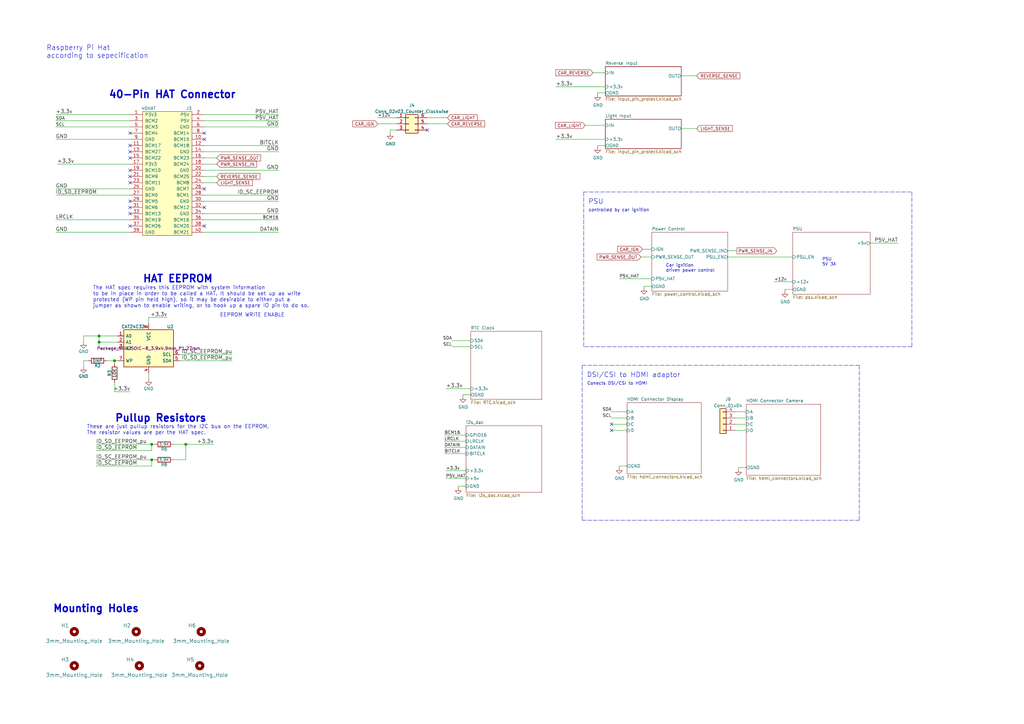
<source format=kicad_sch>
(kicad_sch (version 20210126) (generator eeschema)
  (paper "A3")
  (title_block (title "CarPi Power Hat") (rev "A"))
  (lib_symbols
    (symbol "CarPiPowerHat:CAT24C32" (pin_names (offset 0.762))
      (property "Reference" "U" (at -8.89 8.89 0))
      (property "Value" "CAT24C32" (at 6.35 8.89 0))
      (symbol "CAT24C32_0_0"
        (pin power_in line (at 0 -10.16 90) (length 2.54) (name "GND") (number "4"))
        (pin power_in line (at 0 10.16 270) (length 2.54) (name "VCC") (number "8"))
      )
      (symbol "CAT24C32_1_1"
        (rectangle (start -10.16 -7.62) (end 10.16 7.62) (stroke (width 0.254)) (fill (type background)))
        (pin input line (at -12.7 5.08 0) (length 2.54) (name "A0") (number "1"))
        (pin input line (at -12.7 2.54 0) (length 2.54) (name "A1") (number "2"))
        (pin input line (at -12.7 0 0) (length 2.54) (name "A2") (number "3"))
        (pin bidirectional line (at 12.7 -5.08 180) (length 2.54) (name "SDA") (number "5"))
        (pin input line (at 12.7 -2.54 180) (length 2.54) (name "SCL") (number "6"))
        (pin input line (at -12.7 -5.08 0) (length 2.54) (name "WP") (number "7"))
      )
    )
    (symbol "CarPiPowerHat:OX40HAT" (pin_names (offset 1.016))
      (property "Reference" "J" (at 8.89 2.54 0))
      (property "Value" "OX40HAT" (at -7.62 2.54 0))
      (symbol "OX40HAT_0_1"
        (rectangle (start -10.16 1.27) (end 10.16 -49.53) (fill (type background)))
      )
      (symbol "OX40HAT_1_1"
        (pin bidirectional line (at -15.24 0 0) (length 5.08) (name "P3V3") (number "1"))
        (pin bidirectional line (at 15.24 -10.16 180) (length 5.08) (name "BCM15") (number "10"))
        (pin bidirectional line (at -15.24 -12.7 0) (length 5.08) (name "BCM17") (number "11"))
        (pin bidirectional line (at 15.24 -12.7 180) (length 5.08) (name "BCM18") (number "12"))
        (pin bidirectional line (at -15.24 -15.24 0) (length 5.08) (name "BCM27") (number "13"))
        (pin bidirectional line (at 15.24 -15.24 180) (length 5.08) (name "GND") (number "14"))
        (pin bidirectional line (at -15.24 -17.78 0) (length 5.08) (name "BCM22") (number "15"))
        (pin bidirectional line (at 15.24 -17.78 180) (length 5.08) (name "BCM23") (number "16"))
        (pin bidirectional line (at -15.24 -20.32 0) (length 5.08) (name "P3V3") (number "17"))
        (pin bidirectional line (at 15.24 -20.32 180) (length 5.08) (name "BCM24") (number "18"))
        (pin bidirectional line (at -15.24 -22.86 0) (length 5.08) (name "BCM10") (number "19"))
        (pin bidirectional line (at 15.24 0 180) (length 5.08) (name "P5V") (number "2"))
        (pin bidirectional line (at 15.24 -22.86 180) (length 5.08) (name "GND") (number "20"))
        (pin bidirectional line (at -15.24 -25.4 0) (length 5.08) (name "BCM9") (number "21"))
        (pin bidirectional line (at 15.24 -25.4 180) (length 5.08) (name "BCM25") (number "22"))
        (pin bidirectional line (at -15.24 -27.94 0) (length 5.08) (name "BCM11") (number "23"))
        (pin bidirectional line (at 15.24 -27.94 180) (length 5.08) (name "BCM8") (number "24"))
        (pin bidirectional line (at -15.24 -30.48 0) (length 5.08) (name "GND") (number "25"))
        (pin bidirectional line (at 15.24 -30.48 180) (length 5.08) (name "BCM7") (number "26"))
        (pin bidirectional line (at -15.24 -33.02 0) (length 5.08) (name "BCM0") (number "27"))
        (pin bidirectional line (at 15.24 -33.02 180) (length 5.08) (name "BCM1") (number "28"))
        (pin bidirectional line (at -15.24 -35.56 0) (length 5.08) (name "BCM5") (number "29"))
        (pin bidirectional line (at -15.24 -2.54 0) (length 5.08) (name "BCM2") (number "3"))
        (pin bidirectional line (at 15.24 -35.56 180) (length 5.08) (name "GND") (number "30"))
        (pin bidirectional line (at -15.24 -38.1 0) (length 5.08) (name "BCM6") (number "31"))
        (pin bidirectional line (at 15.24 -38.1 180) (length 5.08) (name "BCM12") (number "32"))
        (pin bidirectional line (at -15.24 -40.64 0) (length 5.08) (name "BCM13") (number "33"))
        (pin bidirectional line (at 15.24 -40.64 180) (length 5.08) (name "GND") (number "34"))
        (pin bidirectional line (at -15.24 -43.18 0) (length 5.08) (name "BCM19") (number "35"))
        (pin bidirectional line (at 15.24 -43.18 180) (length 5.08) (name "BCM16") (number "36"))
        (pin bidirectional line (at -15.24 -45.72 0) (length 5.08) (name "BCM26") (number "37"))
        (pin bidirectional line (at 15.24 -45.72 180) (length 5.08) (name "BCM20") (number "38"))
        (pin bidirectional line (at -15.24 -48.26 0) (length 5.08) (name "GND") (number "39"))
        (pin bidirectional line (at 15.24 -2.54 180) (length 5.08) (name "P5V") (number "4"))
        (pin bidirectional line (at 15.24 -48.26 180) (length 5.08) (name "BCM21") (number "40"))
        (pin bidirectional line (at -15.24 -5.08 0) (length 5.08) (name "BCM3") (number "5"))
        (pin bidirectional line (at 15.24 -5.08 180) (length 5.08) (name "GND") (number "6"))
        (pin bidirectional line (at -15.24 -7.62 0) (length 5.08) (name "BCM4") (number "7"))
        (pin bidirectional line (at 15.24 -7.62 180) (length 5.08) (name "BCM14") (number "8"))
        (pin bidirectional line (at -15.24 -10.16 0) (length 5.08) (name "GND") (number "9"))
      )
    )
    (symbol "Connector_Generic:Conn_01x04" (pin_names (offset 1.016) hide)
      (property "Reference" "J" (at 0 5.08 0))
      (property "Value" "Conn_01x04" (at 0 -7.62 0))
      (symbol "Conn_01x04_1_1"
        (rectangle (start -1.27 -4.953) (end 0 -5.207) (stroke (width 0.1524)))
        (rectangle (start -1.27 -2.413) (end 0 -2.667) (stroke (width 0.1524)))
        (rectangle (start -1.27 0.127) (end 0 -0.127) (stroke (width 0.1524)))
        (rectangle (start -1.27 2.667) (end 0 2.413) (stroke (width 0.1524)))
        (rectangle (start -1.27 3.81) (end 1.27 -6.35) (stroke (width 0.254)) (fill (type background)))
        (pin passive line (at -5.08 2.54 0) (length 3.81) (name "Pin_1") (number "1"))
        (pin passive line (at -5.08 0 0) (length 3.81) (name "Pin_2") (number "2"))
        (pin passive line (at -5.08 -2.54 0) (length 3.81) (name "Pin_3") (number "3"))
        (pin passive line (at -5.08 -5.08 0) (length 3.81) (name "Pin_4") (number "4"))
      )
    )
    (symbol "Connector_Generic:Conn_02x03_Counter_Clockwise" (pin_names (offset 1.016) hide)
      (property "Reference" "J" (at 1.27 5.08 0))
      (property "Value" "Conn_02x03_Counter_Clockwise" (at 1.27 -5.08 0))
      (symbol "Conn_02x03_Counter_Clockwise_1_1"
        (rectangle (start -1.27 -2.413) (end 0 -2.667) (stroke (width 0.1524)))
        (rectangle (start -1.27 0.127) (end 0 -0.127) (stroke (width 0.1524)))
        (rectangle (start -1.27 2.667) (end 0 2.413) (stroke (width 0.1524)))
        (rectangle (start 3.81 -2.413) (end 2.54 -2.667) (stroke (width 0.1524)))
        (rectangle (start 3.81 0.127) (end 2.54 -0.127) (stroke (width 0.1524)))
        (rectangle (start 3.81 2.667) (end 2.54 2.413) (stroke (width 0.1524)))
        (rectangle (start -1.27 3.81) (end 3.81 -3.81) (stroke (width 0.254)) (fill (type background)))
        (pin passive line (at -5.08 2.54 0) (length 3.81) (name "Pin_1") (number "1"))
        (pin passive line (at -5.08 0 0) (length 3.81) (name "Pin_2") (number "2"))
        (pin passive line (at -5.08 -2.54 0) (length 3.81) (name "Pin_3") (number "3"))
        (pin passive line (at 7.62 -2.54 180) (length 3.81) (name "Pin_4") (number "4"))
        (pin passive line (at 7.62 0 180) (length 3.81) (name "Pin_5") (number "5"))
        (pin passive line (at 7.62 2.54 180) (length 3.81) (name "Pin_6") (number "6"))
      )
    )
    (symbol "Device:R" (pin_numbers hide) (pin_names (offset 0))
      (property "Reference" "R" (at 2.032 0 90))
      (property "Value" "R" (at 0 0 90))
      (symbol "R_0_1"
        (rectangle (start -1.016 -2.54) (end 1.016 2.54) (stroke (width 0.254)))
      )
      (symbol "R_1_1"
        (pin passive line (at 0 3.81 270) (length 1.27) (name "~") (number "1"))
        (pin passive line (at 0 -3.81 90) (length 1.27) (name "~") (number "2"))
      )
    )
    (symbol "Mechanical:MountingHole" (pin_names (offset 1.016))
      (property "Reference" "H" (at 0 5.08 0))
      (property "Value" "MountingHole" (at 0 3.175 0))
      (symbol "MountingHole_0_1"
        (circle (center 0 0) (radius 1.27) (stroke (width 1.27)))
      )
    )
    (symbol "power:GND" (power) (pin_names (offset 0))
      (property "Value" "GND" (at 0 -3.81 0))
      (symbol "GND_0_1"
        (polyline (pts (xy 0 0) (xy 0 -1.27) (xy 1.27 -1.27) (xy 0 -2.54) (xy -1.27 -1.27) (xy 0 -1.27)))
      )
      (symbol "GND_1_1"
        (pin power_in line (at 0 0 270) (length 0) hide (name "GND") (number "1"))
      )
    )
  )
  (junction (at 40.64 137.795) (diameter 1.016))
  (junction (at 40.64 140.335) (diameter 1.016))
  (junction (at 46.99 147.955) (diameter 1.016))
  (junction (at 62.23 182.245) (diameter 1.016))
  (junction (at 62.23 188.595) (diameter 1.016))
  (junction (at 76.2 182.245) (diameter 1.016))
  (no_connect (at 53.34 54.61))
  (no_connect (at 53.34 59.69))
  (no_connect (at 53.34 62.23))
  (no_connect (at 53.34 64.77))
  (no_connect (at 53.34 69.85))
  (no_connect (at 53.34 72.39))
  (no_connect (at 53.34 74.93))
  (no_connect (at 53.34 82.55))
  (no_connect (at 53.34 85.09))
  (no_connect (at 53.34 87.63))
  (no_connect (at 53.34 92.71))
  (no_connect (at 83.82 54.61))
  (no_connect (at 83.82 57.15))
  (no_connect (at 83.82 77.47))
  (no_connect (at 83.82 85.09))
  (no_connect (at 83.82 92.71))
  (no_connect (at 175.26 53.34))
  (no_connect (at 250.825 173.99))
  (no_connect (at 250.825 176.53))
  (wire (pts (xy 22.86 46.99) (xy 53.34 46.99)))
  (wire (pts (xy 22.86 49.53) (xy 53.34 49.53)))
  (wire (pts (xy 22.86 90.17) (xy 53.34 90.17)))
  (wire (pts (xy 34.29 137.795) (xy 34.29 140.335)))
  (wire (pts (xy 34.29 137.795) (xy 40.64 137.795)))
  (wire (pts (xy 34.29 147.955) (xy 36.195 147.955)))
  (wire (pts (xy 34.29 150.495) (xy 34.29 147.955)))
  (wire (pts (xy 39.37 182.245) (xy 62.23 182.245)))
  (wire (pts (xy 39.37 188.595) (xy 62.23 188.595)))
  (wire (pts (xy 40.64 137.795) (xy 40.64 140.335)))
  (wire (pts (xy 40.64 137.795) (xy 48.26 137.795)))
  (wire (pts (xy 40.64 140.335) (xy 40.64 142.875)))
  (wire (pts (xy 40.64 142.875) (xy 48.26 142.875)))
  (wire (pts (xy 43.815 147.955) (xy 46.99 147.955)))
  (wire (pts (xy 46.99 147.955) (xy 46.99 149.225)))
  (wire (pts (xy 46.99 147.955) (xy 48.26 147.955)))
  (wire (pts (xy 46.99 160.655) (xy 46.99 156.845)))
  (wire (pts (xy 48.26 140.335) (xy 40.64 140.335)))
  (wire (pts (xy 53.34 52.07) (xy 22.86 52.07)))
  (wire (pts (xy 53.34 57.15) (xy 22.86 57.15)))
  (wire (pts (xy 53.34 67.31) (xy 23.495 67.31)))
  (wire (pts (xy 53.34 77.47) (xy 22.86 77.47)))
  (wire (pts (xy 53.34 80.01) (xy 22.86 80.01)))
  (wire (pts (xy 53.34 95.25) (xy 22.86 95.25)))
  (wire (pts (xy 53.34 160.655) (xy 46.99 160.655)))
  (wire (pts (xy 60.96 130.175) (xy 60.96 132.715)))
  (wire (pts (xy 60.96 130.175) (xy 68.58 130.175)))
  (wire (pts (xy 60.96 153.035) (xy 60.96 155.575)))
  (wire (pts (xy 62.23 182.245) (xy 63.5 182.245)))
  (wire (pts (xy 62.23 184.785) (xy 39.37 184.785)))
  (wire (pts (xy 62.23 184.785) (xy 62.23 182.245)))
  (wire (pts (xy 62.23 188.595) (xy 63.5 188.595)))
  (wire (pts (xy 62.23 191.135) (xy 39.37 191.135)))
  (wire (pts (xy 62.23 191.135) (xy 62.23 188.595)))
  (wire (pts (xy 71.12 182.245) (xy 76.2 182.245)))
  (wire (pts (xy 73.66 145.415) (xy 95.25 145.415)))
  (wire (pts (xy 76.2 182.245) (xy 87.63 182.245)))
  (wire (pts (xy 76.2 188.595) (xy 71.12 188.595)))
  (wire (pts (xy 76.2 188.595) (xy 76.2 182.245)))
  (wire (pts (xy 83.82 46.99) (xy 114.3 46.99)))
  (wire (pts (xy 83.82 49.53) (xy 114.3 49.53)))
  (wire (pts (xy 83.82 52.07) (xy 114.3 52.07)))
  (wire (pts (xy 83.82 59.69) (xy 114.3 59.69)))
  (wire (pts (xy 83.82 62.23) (xy 114.3 62.23)))
  (wire (pts (xy 83.82 64.77) (xy 88.9 64.77)))
  (wire (pts (xy 83.82 67.31) (xy 88.9 67.31)))
  (wire (pts (xy 83.82 69.85) (xy 114.3 69.85)))
  (wire (pts (xy 83.82 72.39) (xy 88.9 72.39)))
  (wire (pts (xy 83.82 74.93) (xy 88.9 74.93)))
  (wire (pts (xy 83.82 80.01) (xy 114.3 80.01)))
  (wire (pts (xy 83.82 82.55) (xy 114.3 82.55)))
  (wire (pts (xy 83.82 87.63) (xy 114.3 87.63)))
  (wire (pts (xy 83.82 90.17) (xy 114.3 90.17)))
  (wire (pts (xy 83.82 95.25) (xy 114.3 95.25)))
  (wire (pts (xy 95.25 147.955) (xy 73.66 147.955)))
  (wire (pts (xy 154.94 48.26) (xy 162.56 48.26)))
  (wire (pts (xy 154.94 50.8) (xy 162.56 50.8)))
  (wire (pts (xy 160.02 53.34) (xy 160.02 54.61)))
  (wire (pts (xy 162.56 53.34) (xy 160.02 53.34)))
  (wire (pts (xy 175.26 48.26) (xy 183.515 48.26)))
  (wire (pts (xy 175.26 50.8) (xy 183.515 50.8)))
  (wire (pts (xy 182.245 178.435) (xy 191.135 178.435)))
  (wire (pts (xy 182.245 180.975) (xy 191.135 180.975)))
  (wire (pts (xy 182.245 183.515) (xy 191.135 183.515)))
  (wire (pts (xy 182.245 186.055) (xy 191.135 186.055)))
  (wire (pts (xy 182.88 159.385) (xy 193.04 159.385)))
  (wire (pts (xy 182.88 193.04) (xy 191.135 193.04)))
  (wire (pts (xy 182.88 196.215) (xy 191.135 196.215)))
  (wire (pts (xy 185.42 139.7) (xy 193.04 139.7)))
  (wire (pts (xy 185.42 142.24) (xy 193.04 142.24)))
  (wire (pts (xy 187.96 199.39) (xy 187.96 200.025)))
  (wire (pts (xy 189.865 161.925) (xy 189.865 162.56)))
  (wire (pts (xy 191.135 199.39) (xy 187.96 199.39)))
  (wire (pts (xy 193.04 161.925) (xy 189.865 161.925)))
  (wire (pts (xy 227.965 35.56) (xy 248.285 35.56)))
  (wire (pts (xy 227.965 57.15) (xy 248.285 57.15)))
  (wire (pts (xy 240.03 51.435) (xy 248.285 51.435)))
  (wire (pts (xy 243.205 29.845) (xy 248.285 29.845)))
  (wire (pts (xy 245.11 38.1) (xy 245.11 38.735)))
  (wire (pts (xy 245.11 59.69) (xy 245.11 60.325)))
  (wire (pts (xy 248.285 38.1) (xy 245.11 38.1)))
  (wire (pts (xy 248.285 59.69) (xy 245.11 59.69)))
  (wire (pts (xy 250.825 168.91) (xy 257.175 168.91)))
  (wire (pts (xy 250.825 171.45) (xy 257.175 171.45)))
  (wire (pts (xy 250.825 173.99) (xy 257.175 173.99)))
  (wire (pts (xy 254 191.135) (xy 254 191.77)))
  (wire (pts (xy 257.175 176.53) (xy 250.825 176.53)))
  (wire (pts (xy 257.175 191.135) (xy 254 191.135)))
  (wire (pts (xy 262.89 105.41) (xy 267.335 105.41)))
  (wire (pts (xy 263.525 102.235) (xy 267.335 102.235)))
  (wire (pts (xy 264.16 117.475) (xy 264.16 118.11)))
  (wire (pts (xy 267.335 114.3) (xy 254 114.3)))
  (wire (pts (xy 267.335 117.475) (xy 264.16 117.475)))
  (wire (pts (xy 279.4 31.115) (xy 285.75 31.115)))
  (wire (pts (xy 279.4 52.705) (xy 285.75 52.705)))
  (wire (pts (xy 298.45 102.87) (xy 302.26 102.87)))
  (wire (pts (xy 298.45 105.41) (xy 325.12 105.41)))
  (wire (pts (xy 301.625 168.91) (xy 306.07 168.91)))
  (wire (pts (xy 301.625 171.45) (xy 306.07 171.45)))
  (wire (pts (xy 301.625 173.99) (xy 306.07 173.99)))
  (wire (pts (xy 301.625 176.53) (xy 306.07 176.53)))
  (wire (pts (xy 302.895 191.77) (xy 302.895 192.405)))
  (wire (pts (xy 306.07 191.77) (xy 302.895 191.77)))
  (wire (pts (xy 317.5 115.57) (xy 325.12 115.57)))
  (wire (pts (xy 321.945 118.745) (xy 321.945 119.38)))
  (wire (pts (xy 325.12 118.745) (xy 321.945 118.745)))
  (wire (pts (xy 356.87 99.695) (xy 368.3 99.695)))
  (polyline (pts (xy 238.76 149.86) (xy 238.76 213.36)) (stroke (width 0.1524) (type dash)))
  (polyline (pts (xy 238.76 149.86) (xy 352.425 149.86)) (stroke (width 0.1524) (type dash)))
  (polyline (pts (xy 239.395 78.74) (xy 239.395 142.24)) (stroke (width 0.1524) (type dash)))
  (polyline (pts (xy 239.395 78.74) (xy 374.015 78.74)) (stroke (width 0.1524) (type dash)))
  (polyline (pts (xy 352.425 149.86) (xy 352.425 213.36)) (stroke (width 0.1524) (type dash)))
  (polyline (pts (xy 352.425 213.36) (xy 238.76 213.36)) (stroke (width 0.1524) (type dash)))
  (polyline (pts (xy 374.015 78.74) (xy 374.015 142.24)) (stroke (width 0.1524) (type dash)))
  (polyline (pts (xy 374.015 142.24) (xy 239.395 142.24)) (stroke (width 0.1524) (type dash)))
  (text "Raspberry Pi Hat\naccording to sepecification" (at 19.05 24.13 0) (effects (font (size 2.007 2.007)) (justify left bottom)))
  (text "Mounting Holes" (at 21.59 251.46 0) (effects (font (size 2.9972 2.9972) (thickness 0.5994) bold) (justify left bottom)))
  (text "These are just pullup resistors for the I2C bus on the EEPROM.\nThe resistor values are per the HAT spec." (at 35.56 178.435 0) (effects (font (size 1.524 1.524)) (justify left bottom)))
  (text "The HAT spec requires this EEPROM with system information\nto be in place in order to be called a HAT. It should be set up as write\nprotected (WP pin held high), so it may be desirable to either put a \njumper as shown to enable writing, or to hook up a spare IO pin to do so." (at 38.1 126.365 0) (effects (font (size 1.524 1.524)) (justify left bottom)))
  (text "40-Pin HAT Connector" (at 44.45 40.64 0) (effects (font (size 2.9972 2.9972) (thickness 0.5994) bold) (justify left bottom)))
  (text "Pullup Resistors" (at 46.99 173.355 0) (effects (font (size 2.9972 2.9972) (thickness 0.5994) bold) (justify left bottom)))
  (text "HAT EEPROM" (at 58.42 116.205 0) (effects (font (size 2.9972 2.9972) (thickness 0.5994) bold) (justify left bottom)))
  (text "EEPROM WRITE ENABLE" (at 90.17 130.175 0) (effects (font (size 1.524 1.524)) (justify left bottom)))
  (text "DSI/CSI to HDMI adaptor" (at 240.665 155.067 0) (effects (font (size 2.0066 2.0066)) (justify left bottom)))
  (text "PSU" (at 241.3 83.947 0) (effects (font (size 2.0066 2.0066)) (justify left bottom)))
  (text "Conects DSI/CSI to HDMI" (at 265.43 158.115 180) (effects (font (size 1.27 1.27)) (justify right bottom)))
  (text "controlled by car ignition " (at 267.335 86.995 180) (effects (font (size 1.27 1.27)) (justify right bottom)))
  (text "Car ignition\ndriven power control" (at 273.05 111.76 0) (effects (font (size 1.27 1.27)) (justify left bottom)))
  (text "PSU\n5V 3A\n" (at 337.185 109.22 0) (effects (font (size 1.27 1.27)) (justify left bottom)))
  (label "+3.3v" (at 22.86 46.99 0) (effects (font (size 1.524 1.524))))
  (label "SDA" (at 22.86 49.53 0))
  (label "SCL" (at 22.86 52.07 0))
  (label "GND" (at 22.86 57.15 0) (effects (font (size 1.524 1.524))))
  (label "GND" (at 22.86 77.47 0) (effects (font (size 1.524 1.524))))
  (label "ID_SD_EEPROM" (at 22.86 80.01 0) (effects (font (size 1.524 1.524))))
  (label "LRCLK" (at 22.86 90.17 0) (effects (font (size 1.5113 1.5113))))
  (label "GND" (at 22.86 95.25 0) (effects (font (size 1.524 1.524))))
  (label "+3.3v" (at 23.495 67.31 0) (effects (font (size 1.524 1.524))))
  (label "ID_SD_EEPROM_pu" (at 39.37 182.245 0) (effects (font (size 1.524 1.524))))
  (label "ID_SD_EEPROM" (at 39.37 184.785 0) (effects (font (size 1.524 1.524))))
  (label "ID_SC_EEPROM_pu" (at 39.37 188.595 0) (effects (font (size 1.524 1.524))))
  (label "ID_SC_EEPROM" (at 39.37 191.135 0) (effects (font (size 1.524 1.524))))
  (label "+3.3v" (at 53.34 160.655 180) (effects (font (size 1.524 1.524))))
  (label "+3.3v" (at 68.58 130.175 180) (effects (font (size 1.524 1.524))))
  (label "+3.3v" (at 87.63 182.245 180) (effects (font (size 1.524 1.524))))
  (label "ID_SC_EEPROM_pu" (at 95.25 145.415 180) (effects (font (size 1.524 1.524))))
  (label "ID_SD_EEPROM_pu" (at 95.25 147.955 180) (effects (font (size 1.524 1.524))))
  (label "P5V_HAT" (at 114.3 46.99 180) (effects (font (size 1.524 1.524))))
  (label "P5V_HAT" (at 114.3 49.53 180) (effects (font (size 1.524 1.524))))
  (label "GND" (at 114.3 52.07 180) (effects (font (size 1.524 1.524))))
  (label "BITCLK" (at 114.3 59.69 180) (effects (font (size 1.5113 1.5113))))
  (label "GND" (at 114.3 62.23 180) (effects (font (size 1.524 1.524))))
  (label "GND" (at 114.3 69.85 180) (effects (font (size 1.524 1.524))))
  (label "ID_SC_EEPROM" (at 114.3 80.01 180) (effects (font (size 1.524 1.524))))
  (label "GND" (at 114.3 82.55 180) (effects (font (size 1.524 1.524))))
  (label "GND" (at 114.3 87.63 180) (effects (font (size 1.524 1.524))))
  (label "BCM16" (at 114.3 90.17 180))
  (label "DATAIN" (at 114.3 95.25 180) (effects (font (size 1.5113 1.5113))))
  (label "+12v" (at 154.94 48.26 0))
  (label "BCM16" (at 182.245 178.435 0))
  (label "LRCLK" (at 182.245 180.975 0))
  (label "DATAIN" (at 182.245 183.515 0))
  (label "BITCLK" (at 182.245 186.055 0))
  (label "+3.3v" (at 182.88 159.385 0) (effects (font (size 1.524 1.524))))
  (label "+3.3v" (at 182.88 193.04 0))
  (label "P5V_HAT" (at 182.88 196.215 0))
  (label "SDA" (at 185.42 139.7 180))
  (label "SCL" (at 185.42 142.24 180))
  (label "+3.3v" (at 227.965 35.56 0) (effects (font (size 1.524 1.524))))
  (label "+3.3v" (at 227.965 57.15 0) (effects (font (size 1.524 1.524))))
  (label "SDA" (at 250.825 168.91 180))
  (label "SCL" (at 250.825 171.45 180))
  (label "P5V_HAT" (at 254 114.3 0))
  (label "+12v" (at 317.5 115.57 0))
  (label "P5V_HAT" (at 368.3 99.695 180) (effects (font (size 1.524 1.524))))
  (global_label "PWR_SENSE_OUT" (shape input) (at 88.9 64.77 0) (property "Intersheet References" "${INTERSHEET_REFS}" (effects hide)))
  (global_label "PWR_SENSE_IN" (shape input) (at 88.9 67.31 0) (property "Intersheet References" "${INTERSHEET_REFS}" (effects hide)))
  (global_label "REVERSE_SENSE" (shape input) (at 88.9 72.39 0) (property "Intersheet References" "${INTERSHEET_REFS}" (effects hide)))
  (global_label "LIGHT_SENSE" (shape input) (at 88.9 74.93 0) (property "Intersheet References" "${INTERSHEET_REFS}" (effects hide)))
  (global_label "CAR_IGN" (shape input) (at 154.94 50.8 180) (property "Intersheet References" "${INTERSHEET_REFS}" (effects hide)))
  (global_label "CAR_LIGHT" (shape input) (at 183.515 48.26 0) (property "Intersheet References" "${INTERSHEET_REFS}" (effects hide)))
  (global_label "CAR_REVERSE" (shape input) (at 183.515 50.8 0) (property "Intersheet References" "${INTERSHEET_REFS}" (effects hide)))
  (global_label "CAR_LIGHT" (shape input) (at 240.03 51.435 180) (property "Intersheet References" "${INTERSHEET_REFS}" (effects hide)))
  (global_label "CAR_REVERSE" (shape input) (at 243.205 29.845 180) (property "Intersheet References" "${INTERSHEET_REFS}" (effects hide)))
  (global_label "PWR_SENSE_OUT" (shape input) (at 262.89 105.41 180) (property "Intersheet References" "${INTERSHEET_REFS}" (effects hide)))
  (global_label "CAR_IGN" (shape input) (at 263.525 102.235 180) (property "Intersheet References" "${INTERSHEET_REFS}" (effects hide)))
  (global_label "REVERSE_SENSE" (shape input) (at 285.75 31.115 0) (property "Intersheet References" "${INTERSHEET_REFS}" (effects hide)))
  (global_label "LIGHT_SENSE" (shape input) (at 285.75 52.705 0) (property "Intersheet References" "${INTERSHEET_REFS}" (effects hide)))
  (global_label "PWR_SENSE_IN" (shape output) (at 302.26 102.87 0) (property "Intersheet References" "${INTERSHEET_REFS}" (effects hide)))
  (symbol (lib_id "power:GND") (at 34.29 140.335 0) (unit 1)
    (property "Reference" "#PWR0104" (effects hide))
    (property "Value" "GND" (at 34.29 144.145 0))
  )
  (symbol (lib_id "power:GND") (at 34.29 150.495 0) (unit 1)
    (property "Reference" "#PWR0122" (effects hide))
    (property "Value" "GND" (at 34.29 154.305 0))
  )
  (symbol (lib_id "power:GND") (at 60.96 155.575 0) (unit 1)
    (property "Reference" "#PWR0123" (effects hide))
    (property "Value" "GND" (at 60.96 159.385 0))
  )
  (symbol (lib_id "power:GND") (at 160.02 54.61 0) (unit 1)
    (property "Reference" "#PWR01" (effects hide))
    (property "Value" "GND" (at 160.147 59.0042 0))
  )
  (symbol (lib_id "power:GND") (at 187.96 200.025 0) (unit 1)
    (property "Reference" "#PWR0143" (effects hide))
    (property "Value" "GND" (at 188.087 204.4192 0))
  )
  (symbol (lib_id "power:GND") (at 189.865 162.56 0) (unit 1)
    (property "Reference" "#PWR0141" (effects hide))
    (property "Value" "GND" (at 189.992 166.9542 0))
  )
  (symbol (lib_id "power:GND") (at 245.11 38.735 0) (unit 1)
    (property "Reference" "#PWR0120" (effects hide))
    (property "Value" "GND" (at 245.237 43.1292 0))
  )
  (symbol (lib_id "power:GND") (at 245.11 60.325 0) (unit 1)
    (property "Reference" "#PWR0121" (effects hide))
    (property "Value" "GND" (at 245.237 64.7192 0))
  )
  (symbol (lib_id "power:GND") (at 254 191.77 0) (unit 1)
    (property "Reference" "#PWR0105" (effects hide))
    (property "Value" "GND" (at 254.127 196.1642 0))
  )
  (symbol (lib_id "power:GND") (at 264.16 118.11 0) (unit 1)
    (property "Reference" "#PWR0125" (effects hide))
    (property "Value" "GND" (at 264.287 122.5042 0))
  )
  (symbol (lib_id "power:GND") (at 302.895 192.405 0) (unit 1)
    (property "Reference" "#PWR0129" (effects hide))
    (property "Value" "GND" (at 303.022 196.7992 0))
  )
  (symbol (lib_id "power:GND") (at 321.945 119.38 0) (unit 1)
    (property "Reference" "#PWR0126" (effects hide))
    (property "Value" "GND" (at 322.072 123.7742 0))
  )
  (symbol (lib_id "Mechanical:MountingHole") (at 30.48 259.08 0) (unit 1)
    (property "Reference" "H1" (at 26.67 256.54 0) (effects (font (size 1.524 1.524))))
    (property "Value" "3mm_Mounting_Hole" (at 30.48 262.89 0) (effects (font (size 1.524 1.524))))
    (property "Footprint" "MountingHole:MountingHole_2.7mm_M2.5" (effects hide))
  )
  (symbol (lib_id "Mechanical:MountingHole") (at 30.48 273.05 0) (unit 1)
    (property "Reference" "H3" (at 26.67 270.51 0) (effects (font (size 1.524 1.524))))
    (property "Value" "3mm_Mounting_Hole" (at 30.48 276.86 0) (effects (font (size 1.524 1.524))))
    (property "Footprint" "MountingHole:MountingHole_2.7mm_M2.5" (effects hide))
  )
  (symbol (lib_id "Mechanical:MountingHole") (at 55.88 259.08 0) (unit 1)
    (property "Reference" "H2" (at 52.07 256.54 0) (effects (font (size 1.524 1.524))))
    (property "Value" "3mm_Mounting_Hole" (at 55.88 262.89 0) (effects (font (size 1.524 1.524))))
    (property "Footprint" "MountingHole:MountingHole_2.7mm_M2.5" (effects hide))
  )
  (symbol (lib_id "Mechanical:MountingHole") (at 57.15 273.05 0) (unit 1)
    (property "Reference" "H4" (at 53.34 270.51 0) (effects (font (size 1.524 1.524))))
    (property "Value" "3mm_Mounting_Hole" (at 57.15 276.86 0) (effects (font (size 1.524 1.524))))
    (property "Footprint" "MountingHole:MountingHole_2.7mm_M2.5" (effects hide))
  )
  (symbol (lib_id "Mechanical:MountingHole") (at 81.915 273.05 0) (unit 1)
    (property "Reference" "H5" (at 78.105 270.51 0) (effects (font (size 1.524 1.524))))
    (property "Value" "3mm_Mounting_Hole" (at 81.915 276.86 0) (effects (font (size 1.524 1.524))))
    (property "Footprint" "MountingHole:MountingHole_2.7mm_M2.5" (effects hide))
  )
  (symbol (lib_id "Mechanical:MountingHole") (at 82.55 259.08 0) (unit 1)
    (property "Reference" "H6" (at 78.74 256.54 0) (effects (font (size 1.524 1.524))))
    (property "Value" "3mm_Mounting_Hole" (at 82.55 262.89 0) (effects (font (size 1.524 1.524))))
    (property "Footprint" "MountingHole:MountingHole_2.7mm_M2.5" (effects hide))
  )
  (symbol (lib_id "Device:R") (at 40.005 147.955 270) (unit 1)
    (property "Reference" "R2" (at 40.005 149.987 90))
    (property "Value" "DNP" (at 40.005 147.955 90))
    (property "Footprint" "project_footprints:R_0603_1608Metric_Pad0.84x1.00mm_HandSolder" (effects hide))
  )
  (symbol (lib_id "Device:R") (at 46.99 153.035 180) (unit 1)
    (property "Reference" "R3" (at 44.958 153.035 90))
    (property "Value" "10K" (at 46.99 153.035 90))
    (property "Footprint" "Resistor_SMD:R_0603_1608Metric" (effects hide))
    (property "LCSC" " C25804" (effects hide))
  )
  (symbol (lib_id "Device:R") (at 67.31 182.245 270) (unit 1)
    (property "Reference" "R6" (at 67.31 184.277 90))
    (property "Value" "3.9K" (at 67.31 182.245 90))
    (property "Footprint" "Resistor_SMD:R_0603_1608Metric" (effects hide))
    (property "LCSC" "C22978" (effects hide))
  )
  (symbol (lib_id "Device:R") (at 67.31 188.595 270) (unit 1)
    (property "Reference" "R8" (at 67.31 190.627 90))
    (property "Value" "3.9K" (at 67.31 188.595 90))
    (property "Footprint" "Resistor_SMD:R_0603_1608Metric" (effects hide))
    (property "LCSC" "C22978" (effects hide))
  )
  (symbol (lib_id "Connector_Generic:Conn_01x04") (at 296.545 173.99 180) (unit 1)
    (property "Reference" "J9" (at 298.577 163.83 0))
    (property "Value" "Conn_01x04" (at 298.577 166.37 0))
    (property "Footprint" "Connector_PinHeader_1.00mm:PinHeader_1x04_P1.00mm_Vertical" (effects hide))
  )
  (symbol (lib_id "Connector_Generic:Conn_02x03_Counter_Clockwise") (at 167.64 50.8 0) (unit 1)
    (property "Reference" "J4" (at 168.91 43.18 0))
    (property "Value" "Conn_02x03_Counter_Clockwise" (at 168.91 45.72 0))
    (property "Footprint" "Connector_Molex:Molex_Mini-Fit_Jr_5569-06A1_2x03_P4.20mm_Horizontal" (effects hide))
  )
  (symbol (lib_id "CarPiPowerHat:CAT24C32") (at 60.96 142.875 0) (unit 1)
    (property "Reference" "U2" (at 69.85 133.985 0))
    (property "Value" "CAT24C32" (at 54.61 133.985 0))
    (property "Footprint" "Package_SOIC:SOIC-8_3.9x4.9mm_P1.27mm" (at 60.96 142.875 0))
  )
  (symbol (lib_id "CarPiPowerHat:OX40HAT") (at 68.58 46.99 0) (unit 1)
    (property "Reference" "J3" (at 77.47 44.45 0))
    (property "Value" "40HAT" (at 60.96 44.45 0))
    (property "Footprint" "Connector_PinSocket_2.54mm:PinSocket_2x20_P2.54mm_Vertical" (effects hide))
  )
  (sheet (at 306.07 165.735) (size 30.48 29.21) (stroke (width 0.001))
    (property "Sheet name" "HDMI Connector Camera" (at 306.07 165.0991 0) (effects (justify left bottom)))
    (property "Sheet file" "hdmi_connectors.kicad_sch" (at 306.07 195.4539 0) (effects (justify left top)))
    (pin "GND" output (at 306.07 191.77 180))
    (pin "B" input (at 306.07 171.45 180))
    (pin "D" input (at 306.07 176.53 180))
    (pin "A" input (at 306.07 168.91 180))
    (pin "C" input (at 306.07 173.99 180))
  )
  (sheet (at 257.175 165.1) (size 30.48 29.21) (stroke (width 0.001))
    (property "Sheet name" "HDMI Connector Display" (at 257.175 164.4641 0) (effects (justify left bottom)))
    (property "Sheet file" "hdmi_connectors.kicad_sch" (at 257.175 194.8189 0) (effects (justify left top)))
    (pin "GND" output (at 257.175 191.135 180))
    (pin "B" input (at 257.175 171.45 180))
    (pin "D" input (at 257.175 176.53 180))
    (pin "A" input (at 257.175 168.91 180))
    (pin "C" input (at 257.175 173.99 180))
  )
  (sheet (at 248.285 48.895) (size 31.115 12.065)
    (property "Sheet name" "Light Input" (at 248.285 48.2595 0) (effects (justify left bottom)))
    (property "Sheet file" "input_pin_protect.kicad_sch" (at 248.285 61.4685 0) (effects (justify left top)))
    (pin "IN" input (at 248.285 51.435 180))
    (pin "+3.3v" input (at 248.285 57.15 180))
    (pin "OUT" output (at 279.4 52.705 0))
    (pin "GND" output (at 248.285 59.69 180))
  )
  (sheet (at 325.12 95.25) (size 31.75 25.4) (stroke (width 0.001))
    (property "Sheet name" "PSU" (at 325.12 94.6141 0) (effects (justify left bottom)))
    (property "Sheet file" "psu.kicad_sch" (at 325.12 121.1589 0) (effects (justify left top)))
    (pin "+5v" output (at 356.87 99.695 0))
    (pin "PSU_EN" input (at 325.12 105.41 180))
    (pin "+12v" input (at 325.12 115.57 180))
    (pin "GND" output (at 325.12 118.745 180))
  )
  (sheet (at 267.335 95.25) (size 31.115 24.13) (stroke (width 0.001))
    (property "Sheet name" "Power Control" (at 267.335 94.6141 0) (effects (justify left bottom)))
    (property "Sheet file" "power_control.kicad_sch" (at 267.335 119.8889 0) (effects (justify left top)))
    (pin "PSU_EN" output (at 298.45 105.41 0))
    (pin "IGN" input (at 267.335 102.235 180))
    (pin "P5V_HAT" input (at 267.335 114.3 180))
    (pin "PWR_SENSE_IN" output (at 298.45 102.87 0))
    (pin "PWR_SENSE_OUT" input (at 267.335 105.41 180))
    (pin "GND" output (at 267.335 117.475 180))
  )
  (sheet (at 193.04 135.89) (size 29.21 27.94) (stroke (width 0.0006))
    (property "Sheet name" "RTC Clock" (at 193.04 135.2543 0) (effects (justify left bottom)))
    (property "Sheet file" "RTC.kicad_sch" (at 193.04 164.3387 0) (effects (justify left top)))
    (pin "+3.3v" input (at 193.04 159.385 180))
    (pin "SCL" input (at 193.04 142.24 180))
    (pin "SDA" input (at 193.04 139.7 180))
    (pin "GND" output (at 193.04 161.925 180))
  )
  (sheet (at 248.285 27.305) (size 31.115 12.065)
    (property "Sheet name" "Reverse Input" (at 248.285 26.6695 0) (effects (justify left bottom)))
    (property "Sheet file" "input_pin_protect.kicad_sch" (at 248.285 39.8785 0) (effects (justify left top)))
    (pin "IN" input (at 248.285 29.845 180))
    (pin "+3.3v" input (at 248.285 35.56 180))
    (pin "OUT" output (at 279.4 31.115 0))
    (pin "GND" output (at 248.285 38.1 180))
  )
  (sheet (at 191.135 174.625) (size 31.115 27.305) (stroke (width 0.0006))
    (property "Sheet name" "i2s_dac" (at 191.135 173.9893 0) (effects (justify left bottom)))
    (property "Sheet file" "i2s_dac.kicad_sch" (at 191.135 202.4387 0) (effects (justify left top)))
    (pin "GPIO16" input (at 191.135 178.435 180))
    (pin "LRCLK" input (at 191.135 180.975 180))
    (pin "DATAIN" input (at 191.135 183.515 180))
    (pin "BITCLK" input (at 191.135 186.055 180))
    (pin "+5v" input (at 191.135 196.215 180))
    (pin "GND" input (at 191.135 199.39 180))
    (pin "+3.3v" input (at 191.135 193.04 180))
  )
)
</source>
